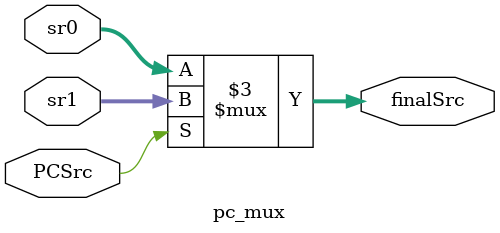
<source format=v>
module pc_mux(
    input  PCSrc,
    input [7:0] sr0, sr1,
    output reg [7:0] finalSrc
);

always@(*) begin
	if (PCSrc) begin
        	finalSrc = sr1;
	end
    	else begin
        	finalSrc = sr0;
	end
end

endmodule

</source>
